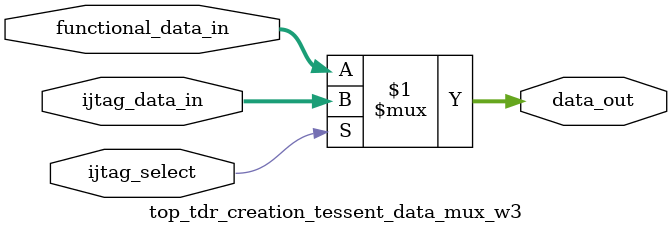
<source format=v>

module top_tdr_creation_tessent_data_mux_w3 (
  ijtag_select,
  functional_data_in,
  ijtag_data_in,
  data_out
);
 
input               ijtag_select;
input  [2:0]        functional_data_in;
input  [2:0]        ijtag_data_in;
output [2:0]        data_out;
 
assign data_out = (ijtag_select) ? ijtag_data_in : functional_data_in;
 
endmodule

</source>
